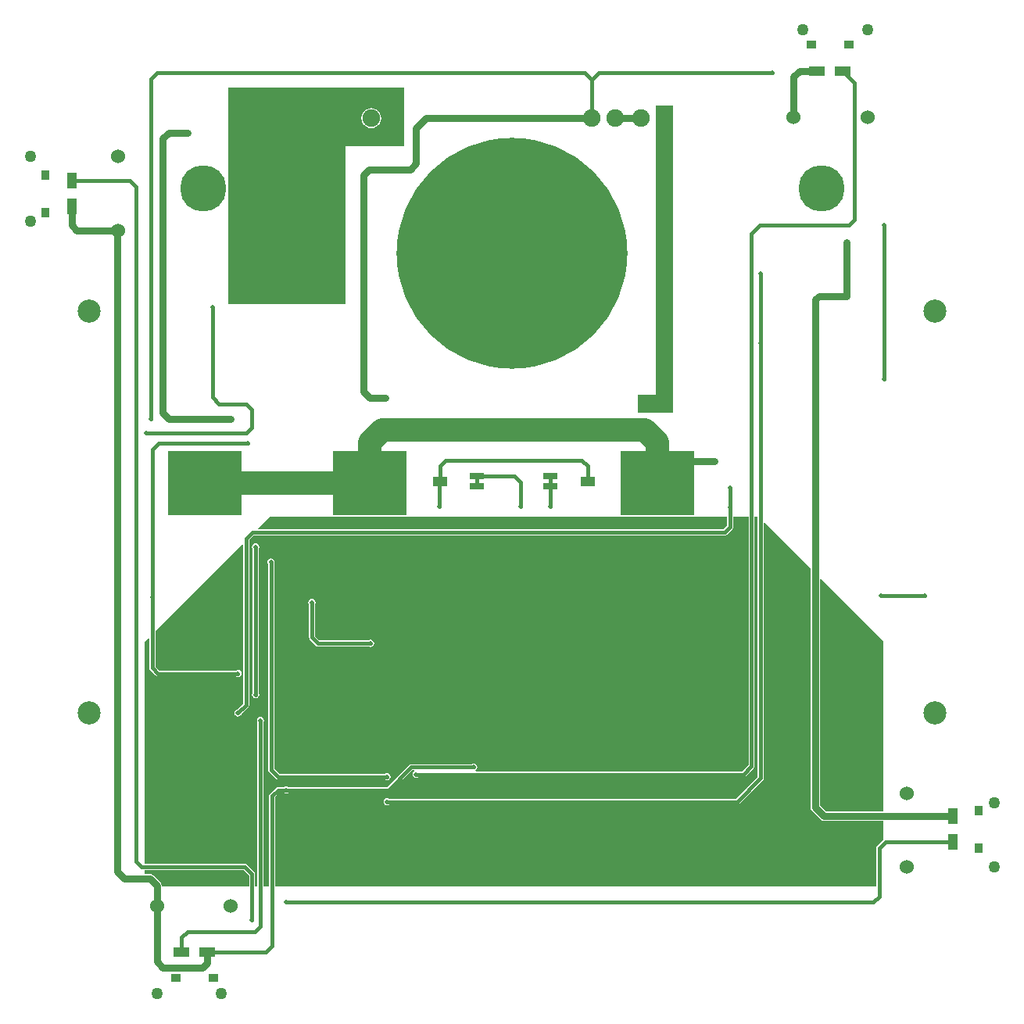
<source format=gbl>
G04*
G04 #@! TF.GenerationSoftware,Altium Limited,Altium Designer,18.1.9 (240)*
G04*
G04 Layer_Physical_Order=2*
G04 Layer_Color=16711680*
%FSLAX25Y25*%
%MOIN*%
G70*
G01*
G75*
%ADD36C,0.06000*%
%ADD52C,0.03000*%
%ADD53C,0.01500*%
%ADD56C,0.35000*%
%ADD57C,0.19685*%
%ADD58C,0.98425*%
%ADD59C,0.05000*%
%ADD60C,0.09843*%
%ADD61C,0.07500*%
%ADD62C,0.02000*%
%ADD63R,0.31496X0.27559*%
%ADD64R,1.96850X0.27559*%
%ADD65R,1.96850X0.19685*%
%ADD66R,0.06299X0.03150*%
%ADD67R,0.06299X0.03937*%
%ADD68R,0.07087X0.04331*%
%ADD69R,0.04331X0.03543*%
%ADD70R,0.04331X0.07087*%
%ADD71R,0.03543X0.04331*%
%ADD72C,0.10000*%
G36*
X115472Y371437D02*
X90473D01*
Y303937D01*
X40472D01*
Y371437D01*
Y396437D01*
X115472D01*
Y371437D01*
D02*
G37*
G36*
X230085Y257772D02*
X215063D01*
Y265272D01*
X222585D01*
Y388772D01*
X230085D01*
Y257772D01*
D02*
G37*
G36*
X253060Y209465D02*
X251445Y207849D01*
X53294Y207849D01*
X53103Y208311D01*
X58063Y213272D01*
X84348D01*
Y213189D01*
X116844D01*
Y213272D01*
X207085D01*
Y213187D01*
X239581D01*
Y213272D01*
X253060D01*
Y209465D01*
D02*
G37*
G36*
X262198Y162937D02*
X262198Y162937D01*
Y107465D01*
X259437Y104704D01*
X145935D01*
X145784Y105204D01*
X146081Y105403D01*
X146413Y105899D01*
X146529Y106484D01*
X146413Y107069D01*
X146081Y107565D01*
X145585Y107897D01*
X145000Y108013D01*
X144415Y107897D01*
X144208Y107758D01*
X118275D01*
X117788Y107661D01*
X117374Y107385D01*
X108035Y98046D01*
X65855D01*
X65648Y98185D01*
X65063Y98301D01*
X64478Y98185D01*
X64270Y98046D01*
X61563D01*
X61075Y97949D01*
X60662Y97673D01*
X58071Y95082D01*
X57795Y94669D01*
X57698Y94181D01*
Y55772D01*
X55338D01*
Y125645D01*
X55476Y125852D01*
X55592Y126437D01*
X55476Y127022D01*
X55144Y127518D01*
X54648Y127850D01*
X54063Y127966D01*
X53478Y127850D01*
X52982Y127518D01*
X52650Y127022D01*
X52534Y126437D01*
X52650Y125852D01*
X52789Y125645D01*
Y55772D01*
X51747D01*
Y60937D01*
X51650Y61425D01*
X51374Y61838D01*
X48374Y64838D01*
X47960Y65114D01*
X47473Y65211D01*
X4563D01*
Y159772D01*
X6236Y161445D01*
X6698Y161253D01*
Y148807D01*
X6795Y148319D01*
X7071Y147906D01*
X9441Y145536D01*
X9855Y145259D01*
X10342Y145162D01*
X43680D01*
X43887Y145024D01*
X44473Y144908D01*
X45058Y145024D01*
X45554Y145356D01*
X45885Y145852D01*
X46002Y146437D01*
X45885Y147022D01*
X45554Y147518D01*
X45058Y147850D01*
X44473Y147966D01*
X43887Y147850D01*
X43680Y147712D01*
X10870D01*
X9247Y149335D01*
Y164456D01*
X46236Y201445D01*
X46698Y201253D01*
Y133621D01*
X44132Y131054D01*
X43887Y131006D01*
X43391Y130674D01*
X43060Y130178D01*
X42943Y129593D01*
X43060Y129007D01*
X43391Y128511D01*
X43887Y128180D01*
X44473Y128063D01*
X45058Y128180D01*
X45554Y128511D01*
X45885Y129007D01*
X45934Y129252D01*
X48874Y132191D01*
X49150Y132605D01*
X49247Y133093D01*
Y203409D01*
X51138Y205300D01*
X251973Y205300D01*
X252460Y205397D01*
X252874Y205674D01*
X255236Y208036D01*
X255512Y208449D01*
X255609Y208937D01*
Y213272D01*
X262198D01*
Y162937D01*
D02*
G37*
G36*
X266060Y102327D02*
X256779Y93046D01*
X108855D01*
X108648Y93185D01*
X108063Y93301D01*
X107478Y93185D01*
X106982Y92853D01*
X106650Y92357D01*
X106534Y91772D01*
X106650Y91186D01*
X106982Y90690D01*
X107478Y90359D01*
X108063Y90242D01*
X108648Y90359D01*
X108855Y90497D01*
X257307D01*
X257795Y90594D01*
X258208Y90870D01*
X268236Y100898D01*
X268512Y101311D01*
X268609Y101799D01*
X268609Y210572D01*
X269071Y210764D01*
X288646Y191189D01*
Y89224D01*
X288801Y88444D01*
X289243Y87783D01*
X292964Y84062D01*
X293625Y83620D01*
X294406Y83465D01*
X319563D01*
Y75330D01*
X317071Y72838D01*
X316795Y72425D01*
X316698Y71937D01*
Y55772D01*
X60247D01*
Y93653D01*
X62091Y95497D01*
X64270D01*
X64478Y95359D01*
X65063Y95242D01*
X65648Y95359D01*
X65855Y95497D01*
X108563D01*
X109051Y95594D01*
X109464Y95871D01*
X118803Y105210D01*
X119545D01*
X119697Y104709D01*
X119399Y104511D01*
X119067Y104014D01*
X118951Y103429D01*
X119067Y102844D01*
X119399Y102348D01*
X119895Y102016D01*
X120480Y101900D01*
X121066Y102016D01*
X121273Y102155D01*
X259965D01*
X260452Y102252D01*
X260866Y102528D01*
X264374Y106036D01*
X264650Y106449D01*
X264747Y106937D01*
Y162937D01*
X264747Y162937D01*
Y213272D01*
X266060D01*
X266060Y102327D01*
D02*
G37*
G36*
X319563Y160272D02*
Y87543D01*
X295250D01*
X292724Y90069D01*
Y186457D01*
X293186Y186649D01*
X319563Y160272D01*
D02*
G37*
G36*
X49198Y60409D02*
Y55772D01*
X11882D01*
Y56067D01*
X11727Y56847D01*
X11284Y57509D01*
X8414Y60379D01*
X7753Y60821D01*
X6972Y60976D01*
X4563D01*
Y62663D01*
X46945D01*
X49198Y60409D01*
D02*
G37*
%LPC*%
G36*
X101335Y387491D02*
X100225Y387345D01*
X99191Y386917D01*
X98303Y386236D01*
X97622Y385348D01*
X97194Y384314D01*
X97048Y383205D01*
X97194Y382095D01*
X97622Y381061D01*
X98303Y380174D01*
X99191Y379492D01*
X100225Y379064D01*
X101335Y378918D01*
X102444Y379064D01*
X103478Y379492D01*
X104366Y380174D01*
X105047Y381061D01*
X105475Y382095D01*
X105621Y383205D01*
X105475Y384314D01*
X105047Y385348D01*
X104366Y386236D01*
X103478Y386917D01*
X102444Y387345D01*
X101335Y387491D01*
D02*
G37*
G36*
X76027Y178301D02*
X75441Y178185D01*
X74945Y177853D01*
X74614Y177357D01*
X74497Y176772D01*
X74614Y176186D01*
X74752Y175979D01*
Y161808D01*
X74849Y161320D01*
X75125Y160907D01*
X77679Y158353D01*
X78093Y158077D01*
X78581Y157980D01*
X100280D01*
X100487Y157841D01*
X101073Y157725D01*
X101658Y157841D01*
X102154Y158173D01*
X102486Y158669D01*
X102602Y159254D01*
X102486Y159839D01*
X102154Y160336D01*
X101658Y160667D01*
X101073Y160783D01*
X100487Y160667D01*
X100280Y160529D01*
X79109D01*
X77301Y162336D01*
Y175979D01*
X77440Y176186D01*
X77556Y176772D01*
X77440Y177357D01*
X77108Y177853D01*
X76612Y178185D01*
X76027Y178301D01*
D02*
G37*
G36*
X52028Y201911D02*
X51442Y201795D01*
X50946Y201463D01*
X50615Y200967D01*
X50498Y200382D01*
X50615Y199797D01*
X50753Y199589D01*
Y138230D01*
X50615Y138022D01*
X50498Y137437D01*
X50615Y136852D01*
X50946Y136356D01*
X51442Y136024D01*
X52028Y135908D01*
X52613Y136024D01*
X53109Y136356D01*
X53441Y136852D01*
X53557Y137437D01*
X53441Y138022D01*
X53302Y138230D01*
Y199589D01*
X53441Y199797D01*
X53557Y200382D01*
X53441Y200967D01*
X53109Y201463D01*
X52613Y201795D01*
X52028Y201911D01*
D02*
G37*
G36*
X58563Y195466D02*
X57978Y195350D01*
X57481Y195018D01*
X57150Y194522D01*
X57034Y193937D01*
X57150Y193352D01*
X57288Y193145D01*
Y105429D01*
X57385Y104941D01*
X57662Y104528D01*
X60654Y101536D01*
X61067Y101260D01*
X61555Y101163D01*
X107180D01*
X107387Y101024D01*
X107973Y100908D01*
X108558Y101024D01*
X109054Y101356D01*
X109385Y101852D01*
X109502Y102437D01*
X109385Y103022D01*
X109054Y103518D01*
X108558Y103850D01*
X107973Y103966D01*
X107387Y103850D01*
X107180Y103711D01*
X62083D01*
X59838Y105957D01*
Y193145D01*
X59976Y193352D01*
X60092Y193937D01*
X59976Y194522D01*
X59644Y195018D01*
X59148Y195350D01*
X58563Y195466D01*
D02*
G37*
%LPD*%
D36*
X329527Y63779D02*
D03*
Y95276D02*
D03*
X281496Y383465D02*
D03*
X312992D02*
D03*
X-6693Y335433D02*
D03*
Y366929D02*
D03*
X9843Y47244D02*
D03*
X41339D02*
D03*
D52*
X-7028Y61937D02*
Y335099D01*
X193835Y383205D02*
X194653Y382386D01*
X14921Y255079D02*
X41339D01*
X12500Y257500D02*
X14921Y255079D01*
X12500Y257500D02*
Y328500D01*
Y374500D01*
X14937Y376937D02*
X22973D01*
X12500Y374500D02*
X14937Y376937D01*
X205472Y383205D02*
X216335D01*
X292437Y307437D02*
X303850D01*
X290835Y305835D02*
X292437Y307437D01*
X290835Y237854D02*
Y305835D01*
X97973Y266561D02*
X100724Y263809D01*
X107500D01*
X124740Y383205D02*
X193835Y383205D01*
X120473Y378937D02*
X124740Y383205D01*
X232720Y236854D02*
X247585D01*
X9843Y47244D02*
Y56067D01*
X6972Y58937D02*
X9843Y56067D01*
X-4028Y58937D02*
X6972D01*
X-7028Y61937D02*
X-4028Y58937D01*
X-7028Y335099D02*
X-6693Y335433D01*
X9843Y23567D02*
Y47244D01*
X12472Y20937D02*
X29473D01*
X9843Y23567D02*
X12472Y20937D01*
X29473D02*
X31472Y22937D01*
Y27724D01*
X120473Y363937D02*
Y378937D01*
X117973Y361437D02*
X120473Y363937D01*
X100472Y361437D02*
X117973D01*
X97973Y358937D02*
X100472Y361437D01*
X97973Y266561D02*
Y358937D01*
X45472Y307937D02*
X82973D01*
X303850Y307437D02*
Y330315D01*
X290685Y216055D02*
Y237705D01*
X294406Y85504D02*
X341134D01*
X290685Y89224D02*
X294406Y85504D01*
X290685Y89224D02*
Y216055D01*
X341134Y85504D02*
X349252D01*
X85972Y310937D02*
Y388937D01*
X82973Y307937D02*
X85972Y310937D01*
X88472Y391437D02*
X107973D01*
X85972Y388937D02*
X88472Y391437D01*
X107973D02*
X111335Y388075D01*
Y381705D02*
Y388075D01*
X-26307Y337488D02*
Y345504D01*
Y337488D02*
X-24252Y335433D01*
X-6693D01*
X283913Y403283D02*
X291472D01*
X281496Y400866D02*
X283913Y403283D01*
X281496Y383465D02*
Y400866D01*
D53*
X7972Y148807D02*
Y241937D01*
X130500Y217500D02*
Y228398D01*
X177835Y217500D02*
Y226264D01*
X165000Y217500D02*
Y228000D01*
X162406Y230594D02*
X165000Y228000D01*
X146280Y230594D02*
X162406D01*
X177835Y226264D02*
Y230594D01*
X130500Y228398D02*
X130531Y228429D01*
X193583Y228429D02*
Y235000D01*
X191146Y237437D02*
X193583Y235000D01*
X133000Y237437D02*
X191146D01*
X130531Y234969D02*
X133000Y237437D01*
X130531Y228429D02*
Y234969D01*
X267000Y337500D02*
X305000D01*
X263473Y333973D02*
X267000Y337500D01*
X263473Y162937D02*
X263473Y333973D01*
X307500Y340000D02*
Y398256D01*
X305000Y337500D02*
X307500Y340000D01*
X302472Y403283D02*
X307500Y398256D01*
X318685Y179610D02*
X337500D01*
X254335Y217437D02*
Y225705D01*
Y208937D02*
Y217437D01*
X320000Y272000D02*
Y337500D01*
X198445Y402500D02*
X272500D01*
X195473Y399528D02*
X198445Y402500D01*
X7500Y255079D02*
X7500Y400000D01*
X10000Y402500D01*
X195473Y383205D02*
Y399528D01*
X192500Y402500D02*
X195473Y399528D01*
X10000Y402500D02*
X192500Y402500D01*
X54063Y38772D02*
Y126437D01*
X51728Y36437D02*
X54063Y38772D01*
X22973Y36437D02*
X51728D01*
X218563Y261772D02*
X223333D01*
X226335Y264774D01*
X226335Y383205D01*
X78581Y159254D02*
X101073D01*
X76027Y161808D02*
X78581Y159254D01*
X76027Y161808D02*
Y176772D01*
X58563Y105429D02*
Y193937D01*
X61555Y102437D02*
X107973D01*
X58563Y105429D02*
X61555Y102437D01*
X118275Y106484D02*
X145000D01*
X108563Y96772D02*
X118275Y106484D01*
X65063Y96772D02*
X108563D01*
X61563D02*
X65063D01*
X58973Y94181D02*
X61563Y96772D01*
X58973Y30437D02*
Y94181D01*
X257307Y91772D02*
X267335Y101799D01*
X108063Y91772D02*
X257307D01*
X52028Y137437D02*
Y200382D01*
X47973Y203937D02*
X50610Y206575D01*
X47973Y133093D02*
Y203937D01*
X50610Y206575D02*
X251973Y206575D01*
X44473Y129593D02*
X47973Y133093D01*
X56260Y27724D02*
X58973Y30437D01*
X31472Y27724D02*
X56260D01*
X5472Y248937D02*
X47973D01*
X50472Y251437D01*
Y258937D01*
X47973Y261437D02*
X50472Y258937D01*
X36472Y261437D02*
X47973D01*
X33547Y264362D02*
X36472Y261437D01*
X223333Y227467D02*
X232720Y236854D01*
X263473Y106937D02*
Y162937D01*
X259965Y103429D02*
X263473Y106937D01*
X120480Y103429D02*
X259965D01*
X267335Y101799D02*
X267335Y316945D01*
X10342Y146437D02*
X44473D01*
X50472Y41437D02*
Y60937D01*
X47473Y63937D02*
X50472Y60937D01*
X3472Y63937D02*
X47473D01*
X972Y66437D02*
X3472Y63937D01*
X972Y66437D02*
Y353937D01*
X-1595Y356504D02*
X972Y353937D01*
X-26307Y356504D02*
X-1595D01*
X317972Y51437D02*
Y71937D01*
X315473Y48937D02*
X317972Y51437D01*
X64973Y48937D02*
X315473D01*
X320539Y74504D02*
X349252D01*
X317972Y71937D02*
X320539Y74504D01*
X20472Y33937D02*
X22973Y36437D01*
X20472Y27724D02*
Y33937D01*
X251973Y206575D02*
X254335Y208937D01*
X7972Y148807D02*
X10342Y146437D01*
X7972Y241937D02*
X10528Y244492D01*
X48528D01*
X146280Y226264D02*
Y230594D01*
X33547Y264362D02*
Y302705D01*
D56*
X144000Y183000D02*
D03*
X193000Y139500D02*
D03*
D57*
X293307Y353150D02*
D03*
X29528D02*
D03*
D58*
X161417Y325591D02*
D03*
D59*
X366929Y91339D02*
D03*
X312992Y420866D02*
D03*
X-44095Y366929D02*
D03*
X37402Y9843D02*
D03*
X9842D02*
D03*
X-44095Y339370D02*
D03*
X285433Y420866D02*
D03*
X366929Y63779D02*
D03*
D60*
X-18898Y129724D02*
D03*
X341732D02*
D03*
X-18898Y300984D02*
D03*
X341732D02*
D03*
D61*
X205472Y383205D02*
D03*
X195473D02*
D03*
X216335D02*
D03*
X226335D02*
D03*
X101335D02*
D03*
X111335D02*
D03*
D62*
X130500Y217500D02*
D03*
X177835D02*
D03*
X165000D02*
D03*
X12500Y328500D02*
D03*
X7945Y179000D02*
D03*
X318685Y179610D02*
D03*
X337500D02*
D03*
X254335Y217437D02*
D03*
X267358Y287407D02*
D03*
X320000Y272000D02*
D03*
Y337500D02*
D03*
X272500Y402500D02*
D03*
X-7000Y167055D02*
D03*
X7500Y255079D02*
D03*
X107500Y263809D02*
D03*
X64063Y225437D02*
D03*
X66563D02*
D03*
X69063D02*
D03*
X71563D02*
D03*
X74063D02*
D03*
X216335Y196272D02*
D03*
X218563D02*
D03*
X220948D02*
D03*
Y193937D02*
D03*
X218563Y193937D02*
D03*
X216335Y193937D02*
D03*
Y191772D02*
D03*
X220948D02*
D03*
X216335Y259272D02*
D03*
Y261772D02*
D03*
X218563Y259272D02*
D03*
X220948D02*
D03*
Y261772D02*
D03*
X54063Y126437D02*
D03*
X28063Y217437D02*
D03*
Y219937D02*
D03*
Y222437D02*
D03*
X32644Y224937D02*
D03*
X28063D02*
D03*
Y227461D02*
D03*
X32563Y217437D02*
D03*
X32644Y219937D02*
D03*
Y222437D02*
D03*
Y227461D02*
D03*
X168563Y76772D02*
D03*
Y124272D02*
D03*
X218563Y191772D02*
D03*
Y261772D02*
D03*
X76027Y176772D02*
D03*
X58563Y193937D02*
D03*
X65063Y96772D02*
D03*
X108063Y91772D02*
D03*
X101073Y159254D02*
D03*
X30419Y217437D02*
D03*
Y219937D02*
D03*
Y222437D02*
D03*
Y224937D02*
D03*
Y227461D02*
D03*
X52028Y200382D02*
D03*
Y137437D02*
D03*
X145000Y106484D02*
D03*
X5472Y248937D02*
D03*
X76473Y225437D02*
D03*
X41339Y255079D02*
D03*
X22973Y376937D02*
D03*
X247585Y236854D02*
D03*
X120480Y103429D02*
D03*
X44473Y146437D02*
D03*
X64973Y48937D02*
D03*
X107973Y102437D02*
D03*
X50472Y41437D02*
D03*
X48528Y244492D02*
D03*
X44473Y129593D02*
D03*
X303850Y307437D02*
D03*
X290835Y237854D02*
D03*
X303850Y330315D02*
D03*
X45472Y307957D02*
D03*
X33547Y302705D02*
D03*
X254335Y225705D02*
D03*
X267335Y316945D02*
D03*
X341134Y85504D02*
D03*
X290685Y216055D02*
D03*
D63*
X30419Y227468D02*
D03*
X100596D02*
D03*
X223333Y227467D02*
D03*
D64*
X161417Y123937D02*
D03*
D65*
Y78437D02*
D03*
Y193237D02*
D03*
D66*
X177835Y230594D02*
D03*
Y226264D02*
D03*
X146280Y226264D02*
D03*
Y230594D02*
D03*
D67*
X193583Y228429D02*
D03*
X130531Y228429D02*
D03*
D68*
X20472Y27724D02*
D03*
X31472Y27724D02*
D03*
X302472Y403283D02*
D03*
X291472Y403283D02*
D03*
D69*
X17972Y16504D02*
D03*
X33972D02*
D03*
X304972Y414504D02*
D03*
X288972D02*
D03*
D70*
X349252Y74504D02*
D03*
X349252Y85504D02*
D03*
X-26307Y356504D02*
D03*
X-26307Y345504D02*
D03*
D71*
X360472Y72004D02*
D03*
Y88004D02*
D03*
X-37528Y359004D02*
D03*
Y343004D02*
D03*
D72*
X30419Y227461D02*
X100596D01*
Y227468D02*
Y245061D01*
Y227461D02*
Y227468D01*
X223333Y227467D02*
Y245077D01*
X105973Y250437D02*
X217972D01*
X100596Y245061D02*
X105973Y250437D01*
X217972D02*
X223333Y245077D01*
M02*

</source>
